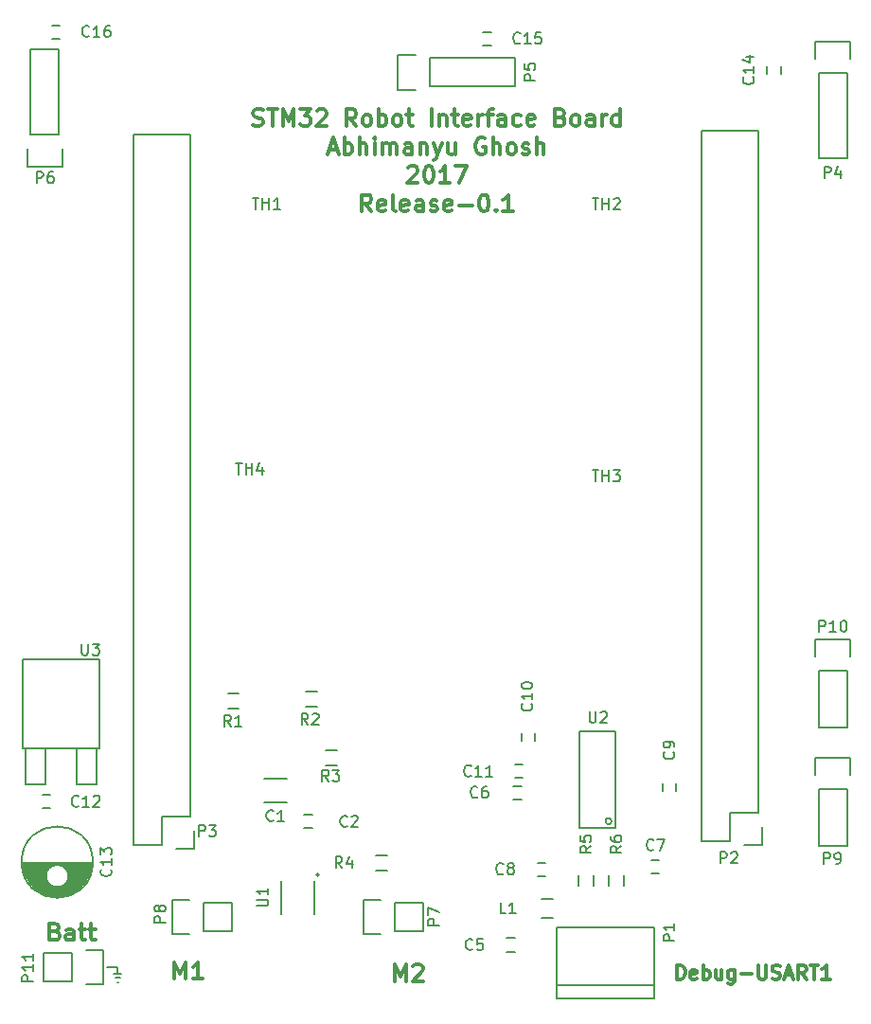
<source format=gto>
G04 #@! TF.FileFunction,Legend,Top*
%FSLAX46Y46*%
G04 Gerber Fmt 4.6, Leading zero omitted, Abs format (unit mm)*
G04 Created by KiCad (PCBNEW 4.0.5) date Thu Apr  6 07:48:10 2017*
%MOMM*%
%LPD*%
G01*
G04 APERTURE LIST*
%ADD10C,0.100000*%
%ADD11C,0.300000*%
%ADD12C,0.200000*%
%ADD13C,0.150000*%
G04 APERTURE END LIST*
D10*
D11*
X146384524Y-123565476D02*
X146384524Y-122315476D01*
X146682143Y-122315476D01*
X146860715Y-122375000D01*
X146979762Y-122494048D01*
X147039286Y-122613095D01*
X147098810Y-122851190D01*
X147098810Y-123029762D01*
X147039286Y-123267857D01*
X146979762Y-123386905D01*
X146860715Y-123505952D01*
X146682143Y-123565476D01*
X146384524Y-123565476D01*
X148110715Y-123505952D02*
X147991667Y-123565476D01*
X147753572Y-123565476D01*
X147634524Y-123505952D01*
X147575000Y-123386905D01*
X147575000Y-122910714D01*
X147634524Y-122791667D01*
X147753572Y-122732143D01*
X147991667Y-122732143D01*
X148110715Y-122791667D01*
X148170238Y-122910714D01*
X148170238Y-123029762D01*
X147575000Y-123148810D01*
X148705953Y-123565476D02*
X148705953Y-122315476D01*
X148705953Y-122791667D02*
X148825001Y-122732143D01*
X149063096Y-122732143D01*
X149182144Y-122791667D01*
X149241667Y-122851190D01*
X149301191Y-122970238D01*
X149301191Y-123327381D01*
X149241667Y-123446429D01*
X149182144Y-123505952D01*
X149063096Y-123565476D01*
X148825001Y-123565476D01*
X148705953Y-123505952D01*
X150372619Y-122732143D02*
X150372619Y-123565476D01*
X149836905Y-122732143D02*
X149836905Y-123386905D01*
X149896429Y-123505952D01*
X150015476Y-123565476D01*
X150194048Y-123565476D01*
X150313096Y-123505952D01*
X150372619Y-123446429D01*
X151503571Y-122732143D02*
X151503571Y-123744048D01*
X151444048Y-123863095D01*
X151384524Y-123922619D01*
X151265476Y-123982143D01*
X151086905Y-123982143D01*
X150967857Y-123922619D01*
X151503571Y-123505952D02*
X151384524Y-123565476D01*
X151146428Y-123565476D01*
X151027381Y-123505952D01*
X150967857Y-123446429D01*
X150908333Y-123327381D01*
X150908333Y-122970238D01*
X150967857Y-122851190D01*
X151027381Y-122791667D01*
X151146428Y-122732143D01*
X151384524Y-122732143D01*
X151503571Y-122791667D01*
X152098809Y-123089286D02*
X153051190Y-123089286D01*
X153646428Y-122315476D02*
X153646428Y-123327381D01*
X153705952Y-123446429D01*
X153765476Y-123505952D01*
X153884523Y-123565476D01*
X154122619Y-123565476D01*
X154241666Y-123505952D01*
X154301190Y-123446429D01*
X154360714Y-123327381D01*
X154360714Y-122315476D01*
X154896428Y-123505952D02*
X155075000Y-123565476D01*
X155372619Y-123565476D01*
X155491666Y-123505952D01*
X155551190Y-123446429D01*
X155610714Y-123327381D01*
X155610714Y-123208333D01*
X155551190Y-123089286D01*
X155491666Y-123029762D01*
X155372619Y-122970238D01*
X155134523Y-122910714D01*
X155015476Y-122851190D01*
X154955952Y-122791667D01*
X154896428Y-122672619D01*
X154896428Y-122553571D01*
X154955952Y-122434524D01*
X155015476Y-122375000D01*
X155134523Y-122315476D01*
X155432143Y-122315476D01*
X155610714Y-122375000D01*
X156086904Y-123208333D02*
X156682142Y-123208333D01*
X155967857Y-123565476D02*
X156384523Y-122315476D01*
X156801190Y-123565476D01*
X157932143Y-123565476D02*
X157515476Y-122970238D01*
X157217857Y-123565476D02*
X157217857Y-122315476D01*
X157694048Y-122315476D01*
X157813095Y-122375000D01*
X157872619Y-122434524D01*
X157932143Y-122553571D01*
X157932143Y-122732143D01*
X157872619Y-122851190D01*
X157813095Y-122910714D01*
X157694048Y-122970238D01*
X157217857Y-122970238D01*
X158289286Y-122315476D02*
X159003571Y-122315476D01*
X158646428Y-123565476D02*
X158646428Y-122315476D01*
X160075000Y-123565476D02*
X159360714Y-123565476D01*
X159717857Y-123565476D02*
X159717857Y-122315476D01*
X159598809Y-122494048D01*
X159479762Y-122613095D01*
X159360714Y-122672619D01*
X121135715Y-123728571D02*
X121135715Y-122228571D01*
X121635715Y-123300000D01*
X122135715Y-122228571D01*
X122135715Y-123728571D01*
X122778572Y-122371429D02*
X122850001Y-122300000D01*
X122992858Y-122228571D01*
X123350001Y-122228571D01*
X123492858Y-122300000D01*
X123564287Y-122371429D01*
X123635715Y-122514286D01*
X123635715Y-122657143D01*
X123564287Y-122871429D01*
X122707144Y-123728571D01*
X123635715Y-123728571D01*
X101435715Y-123528571D02*
X101435715Y-122028571D01*
X101935715Y-123100000D01*
X102435715Y-122028571D01*
X102435715Y-123528571D01*
X103935715Y-123528571D02*
X103078572Y-123528571D01*
X103507144Y-123528571D02*
X103507144Y-122028571D01*
X103364287Y-122242857D01*
X103221429Y-122385714D01*
X103078572Y-122457143D01*
D12*
X96300000Y-123850000D02*
X96450000Y-123850000D01*
X96200000Y-123450000D02*
X96550000Y-123450000D01*
X96000000Y-123100000D02*
X96700000Y-123100000D01*
X96350000Y-122500000D02*
X96350000Y-123050000D01*
X95400000Y-122500000D02*
X96350000Y-122500000D01*
D11*
X90771429Y-119292857D02*
X90985715Y-119364286D01*
X91057143Y-119435714D01*
X91128572Y-119578571D01*
X91128572Y-119792857D01*
X91057143Y-119935714D01*
X90985715Y-120007143D01*
X90842857Y-120078571D01*
X90271429Y-120078571D01*
X90271429Y-118578571D01*
X90771429Y-118578571D01*
X90914286Y-118650000D01*
X90985715Y-118721429D01*
X91057143Y-118864286D01*
X91057143Y-119007143D01*
X90985715Y-119150000D01*
X90914286Y-119221429D01*
X90771429Y-119292857D01*
X90271429Y-119292857D01*
X92414286Y-120078571D02*
X92414286Y-119292857D01*
X92342857Y-119150000D01*
X92200000Y-119078571D01*
X91914286Y-119078571D01*
X91771429Y-119150000D01*
X92414286Y-120007143D02*
X92271429Y-120078571D01*
X91914286Y-120078571D01*
X91771429Y-120007143D01*
X91700000Y-119864286D01*
X91700000Y-119721429D01*
X91771429Y-119578571D01*
X91914286Y-119507143D01*
X92271429Y-119507143D01*
X92414286Y-119435714D01*
X92914286Y-119078571D02*
X93485715Y-119078571D01*
X93128572Y-118578571D02*
X93128572Y-119864286D01*
X93200000Y-120007143D01*
X93342858Y-120078571D01*
X93485715Y-120078571D01*
X93771429Y-119078571D02*
X94342858Y-119078571D01*
X93985715Y-118578571D02*
X93985715Y-119864286D01*
X94057143Y-120007143D01*
X94200001Y-120078571D01*
X94342858Y-120078571D01*
X108471429Y-47232143D02*
X108685715Y-47303571D01*
X109042858Y-47303571D01*
X109185715Y-47232143D01*
X109257144Y-47160714D01*
X109328572Y-47017857D01*
X109328572Y-46875000D01*
X109257144Y-46732143D01*
X109185715Y-46660714D01*
X109042858Y-46589286D01*
X108757144Y-46517857D01*
X108614286Y-46446429D01*
X108542858Y-46375000D01*
X108471429Y-46232143D01*
X108471429Y-46089286D01*
X108542858Y-45946429D01*
X108614286Y-45875000D01*
X108757144Y-45803571D01*
X109114286Y-45803571D01*
X109328572Y-45875000D01*
X109757143Y-45803571D02*
X110614286Y-45803571D01*
X110185715Y-47303571D02*
X110185715Y-45803571D01*
X111114286Y-47303571D02*
X111114286Y-45803571D01*
X111614286Y-46875000D01*
X112114286Y-45803571D01*
X112114286Y-47303571D01*
X112685715Y-45803571D02*
X113614286Y-45803571D01*
X113114286Y-46375000D01*
X113328572Y-46375000D01*
X113471429Y-46446429D01*
X113542858Y-46517857D01*
X113614286Y-46660714D01*
X113614286Y-47017857D01*
X113542858Y-47160714D01*
X113471429Y-47232143D01*
X113328572Y-47303571D01*
X112900000Y-47303571D01*
X112757143Y-47232143D01*
X112685715Y-47160714D01*
X114185714Y-45946429D02*
X114257143Y-45875000D01*
X114400000Y-45803571D01*
X114757143Y-45803571D01*
X114900000Y-45875000D01*
X114971429Y-45946429D01*
X115042857Y-46089286D01*
X115042857Y-46232143D01*
X114971429Y-46446429D01*
X114114286Y-47303571D01*
X115042857Y-47303571D01*
X117685714Y-47303571D02*
X117185714Y-46589286D01*
X116828571Y-47303571D02*
X116828571Y-45803571D01*
X117399999Y-45803571D01*
X117542857Y-45875000D01*
X117614285Y-45946429D01*
X117685714Y-46089286D01*
X117685714Y-46303571D01*
X117614285Y-46446429D01*
X117542857Y-46517857D01*
X117399999Y-46589286D01*
X116828571Y-46589286D01*
X118542857Y-47303571D02*
X118399999Y-47232143D01*
X118328571Y-47160714D01*
X118257142Y-47017857D01*
X118257142Y-46589286D01*
X118328571Y-46446429D01*
X118399999Y-46375000D01*
X118542857Y-46303571D01*
X118757142Y-46303571D01*
X118899999Y-46375000D01*
X118971428Y-46446429D01*
X119042857Y-46589286D01*
X119042857Y-47017857D01*
X118971428Y-47160714D01*
X118899999Y-47232143D01*
X118757142Y-47303571D01*
X118542857Y-47303571D01*
X119685714Y-47303571D02*
X119685714Y-45803571D01*
X119685714Y-46375000D02*
X119828571Y-46303571D01*
X120114285Y-46303571D01*
X120257142Y-46375000D01*
X120328571Y-46446429D01*
X120400000Y-46589286D01*
X120400000Y-47017857D01*
X120328571Y-47160714D01*
X120257142Y-47232143D01*
X120114285Y-47303571D01*
X119828571Y-47303571D01*
X119685714Y-47232143D01*
X121257143Y-47303571D02*
X121114285Y-47232143D01*
X121042857Y-47160714D01*
X120971428Y-47017857D01*
X120971428Y-46589286D01*
X121042857Y-46446429D01*
X121114285Y-46375000D01*
X121257143Y-46303571D01*
X121471428Y-46303571D01*
X121614285Y-46375000D01*
X121685714Y-46446429D01*
X121757143Y-46589286D01*
X121757143Y-47017857D01*
X121685714Y-47160714D01*
X121614285Y-47232143D01*
X121471428Y-47303571D01*
X121257143Y-47303571D01*
X122185714Y-46303571D02*
X122757143Y-46303571D01*
X122400000Y-45803571D02*
X122400000Y-47089286D01*
X122471428Y-47232143D01*
X122614286Y-47303571D01*
X122757143Y-47303571D01*
X124400000Y-47303571D02*
X124400000Y-45803571D01*
X125114286Y-46303571D02*
X125114286Y-47303571D01*
X125114286Y-46446429D02*
X125185714Y-46375000D01*
X125328572Y-46303571D01*
X125542857Y-46303571D01*
X125685714Y-46375000D01*
X125757143Y-46517857D01*
X125757143Y-47303571D01*
X126257143Y-46303571D02*
X126828572Y-46303571D01*
X126471429Y-45803571D02*
X126471429Y-47089286D01*
X126542857Y-47232143D01*
X126685715Y-47303571D01*
X126828572Y-47303571D01*
X127900000Y-47232143D02*
X127757143Y-47303571D01*
X127471429Y-47303571D01*
X127328572Y-47232143D01*
X127257143Y-47089286D01*
X127257143Y-46517857D01*
X127328572Y-46375000D01*
X127471429Y-46303571D01*
X127757143Y-46303571D01*
X127900000Y-46375000D01*
X127971429Y-46517857D01*
X127971429Y-46660714D01*
X127257143Y-46803571D01*
X128614286Y-47303571D02*
X128614286Y-46303571D01*
X128614286Y-46589286D02*
X128685714Y-46446429D01*
X128757143Y-46375000D01*
X128900000Y-46303571D01*
X129042857Y-46303571D01*
X129328571Y-46303571D02*
X129900000Y-46303571D01*
X129542857Y-47303571D02*
X129542857Y-46017857D01*
X129614285Y-45875000D01*
X129757143Y-45803571D01*
X129900000Y-45803571D01*
X131042857Y-47303571D02*
X131042857Y-46517857D01*
X130971428Y-46375000D01*
X130828571Y-46303571D01*
X130542857Y-46303571D01*
X130400000Y-46375000D01*
X131042857Y-47232143D02*
X130900000Y-47303571D01*
X130542857Y-47303571D01*
X130400000Y-47232143D01*
X130328571Y-47089286D01*
X130328571Y-46946429D01*
X130400000Y-46803571D01*
X130542857Y-46732143D01*
X130900000Y-46732143D01*
X131042857Y-46660714D01*
X132400000Y-47232143D02*
X132257143Y-47303571D01*
X131971429Y-47303571D01*
X131828571Y-47232143D01*
X131757143Y-47160714D01*
X131685714Y-47017857D01*
X131685714Y-46589286D01*
X131757143Y-46446429D01*
X131828571Y-46375000D01*
X131971429Y-46303571D01*
X132257143Y-46303571D01*
X132400000Y-46375000D01*
X133614285Y-47232143D02*
X133471428Y-47303571D01*
X133185714Y-47303571D01*
X133042857Y-47232143D01*
X132971428Y-47089286D01*
X132971428Y-46517857D01*
X133042857Y-46375000D01*
X133185714Y-46303571D01*
X133471428Y-46303571D01*
X133614285Y-46375000D01*
X133685714Y-46517857D01*
X133685714Y-46660714D01*
X132971428Y-46803571D01*
X135971428Y-46517857D02*
X136185714Y-46589286D01*
X136257142Y-46660714D01*
X136328571Y-46803571D01*
X136328571Y-47017857D01*
X136257142Y-47160714D01*
X136185714Y-47232143D01*
X136042856Y-47303571D01*
X135471428Y-47303571D01*
X135471428Y-45803571D01*
X135971428Y-45803571D01*
X136114285Y-45875000D01*
X136185714Y-45946429D01*
X136257142Y-46089286D01*
X136257142Y-46232143D01*
X136185714Y-46375000D01*
X136114285Y-46446429D01*
X135971428Y-46517857D01*
X135471428Y-46517857D01*
X137185714Y-47303571D02*
X137042856Y-47232143D01*
X136971428Y-47160714D01*
X136899999Y-47017857D01*
X136899999Y-46589286D01*
X136971428Y-46446429D01*
X137042856Y-46375000D01*
X137185714Y-46303571D01*
X137399999Y-46303571D01*
X137542856Y-46375000D01*
X137614285Y-46446429D01*
X137685714Y-46589286D01*
X137685714Y-47017857D01*
X137614285Y-47160714D01*
X137542856Y-47232143D01*
X137399999Y-47303571D01*
X137185714Y-47303571D01*
X138971428Y-47303571D02*
X138971428Y-46517857D01*
X138899999Y-46375000D01*
X138757142Y-46303571D01*
X138471428Y-46303571D01*
X138328571Y-46375000D01*
X138971428Y-47232143D02*
X138828571Y-47303571D01*
X138471428Y-47303571D01*
X138328571Y-47232143D01*
X138257142Y-47089286D01*
X138257142Y-46946429D01*
X138328571Y-46803571D01*
X138471428Y-46732143D01*
X138828571Y-46732143D01*
X138971428Y-46660714D01*
X139685714Y-47303571D02*
X139685714Y-46303571D01*
X139685714Y-46589286D02*
X139757142Y-46446429D01*
X139828571Y-46375000D01*
X139971428Y-46303571D01*
X140114285Y-46303571D01*
X141257142Y-47303571D02*
X141257142Y-45803571D01*
X141257142Y-47232143D02*
X141114285Y-47303571D01*
X140828571Y-47303571D01*
X140685713Y-47232143D01*
X140614285Y-47160714D01*
X140542856Y-47017857D01*
X140542856Y-46589286D01*
X140614285Y-46446429D01*
X140685713Y-46375000D01*
X140828571Y-46303571D01*
X141114285Y-46303571D01*
X141257142Y-46375000D01*
X115257142Y-49425000D02*
X115971428Y-49425000D01*
X115114285Y-49853571D02*
X115614285Y-48353571D01*
X116114285Y-49853571D01*
X116614285Y-49853571D02*
X116614285Y-48353571D01*
X116614285Y-48925000D02*
X116757142Y-48853571D01*
X117042856Y-48853571D01*
X117185713Y-48925000D01*
X117257142Y-48996429D01*
X117328571Y-49139286D01*
X117328571Y-49567857D01*
X117257142Y-49710714D01*
X117185713Y-49782143D01*
X117042856Y-49853571D01*
X116757142Y-49853571D01*
X116614285Y-49782143D01*
X117971428Y-49853571D02*
X117971428Y-48353571D01*
X118614285Y-49853571D02*
X118614285Y-49067857D01*
X118542856Y-48925000D01*
X118399999Y-48853571D01*
X118185714Y-48853571D01*
X118042856Y-48925000D01*
X117971428Y-48996429D01*
X119328571Y-49853571D02*
X119328571Y-48853571D01*
X119328571Y-48353571D02*
X119257142Y-48425000D01*
X119328571Y-48496429D01*
X119399999Y-48425000D01*
X119328571Y-48353571D01*
X119328571Y-48496429D01*
X120042857Y-49853571D02*
X120042857Y-48853571D01*
X120042857Y-48996429D02*
X120114285Y-48925000D01*
X120257143Y-48853571D01*
X120471428Y-48853571D01*
X120614285Y-48925000D01*
X120685714Y-49067857D01*
X120685714Y-49853571D01*
X120685714Y-49067857D02*
X120757143Y-48925000D01*
X120900000Y-48853571D01*
X121114285Y-48853571D01*
X121257143Y-48925000D01*
X121328571Y-49067857D01*
X121328571Y-49853571D01*
X122685714Y-49853571D02*
X122685714Y-49067857D01*
X122614285Y-48925000D01*
X122471428Y-48853571D01*
X122185714Y-48853571D01*
X122042857Y-48925000D01*
X122685714Y-49782143D02*
X122542857Y-49853571D01*
X122185714Y-49853571D01*
X122042857Y-49782143D01*
X121971428Y-49639286D01*
X121971428Y-49496429D01*
X122042857Y-49353571D01*
X122185714Y-49282143D01*
X122542857Y-49282143D01*
X122685714Y-49210714D01*
X123400000Y-48853571D02*
X123400000Y-49853571D01*
X123400000Y-48996429D02*
X123471428Y-48925000D01*
X123614286Y-48853571D01*
X123828571Y-48853571D01*
X123971428Y-48925000D01*
X124042857Y-49067857D01*
X124042857Y-49853571D01*
X124614286Y-48853571D02*
X124971429Y-49853571D01*
X125328571Y-48853571D02*
X124971429Y-49853571D01*
X124828571Y-50210714D01*
X124757143Y-50282143D01*
X124614286Y-50353571D01*
X126542857Y-48853571D02*
X126542857Y-49853571D01*
X125900000Y-48853571D02*
X125900000Y-49639286D01*
X125971428Y-49782143D01*
X126114286Y-49853571D01*
X126328571Y-49853571D01*
X126471428Y-49782143D01*
X126542857Y-49710714D01*
X129185714Y-48425000D02*
X129042857Y-48353571D01*
X128828571Y-48353571D01*
X128614286Y-48425000D01*
X128471428Y-48567857D01*
X128400000Y-48710714D01*
X128328571Y-48996429D01*
X128328571Y-49210714D01*
X128400000Y-49496429D01*
X128471428Y-49639286D01*
X128614286Y-49782143D01*
X128828571Y-49853571D01*
X128971428Y-49853571D01*
X129185714Y-49782143D01*
X129257143Y-49710714D01*
X129257143Y-49210714D01*
X128971428Y-49210714D01*
X129900000Y-49853571D02*
X129900000Y-48353571D01*
X130542857Y-49853571D02*
X130542857Y-49067857D01*
X130471428Y-48925000D01*
X130328571Y-48853571D01*
X130114286Y-48853571D01*
X129971428Y-48925000D01*
X129900000Y-48996429D01*
X131471429Y-49853571D02*
X131328571Y-49782143D01*
X131257143Y-49710714D01*
X131185714Y-49567857D01*
X131185714Y-49139286D01*
X131257143Y-48996429D01*
X131328571Y-48925000D01*
X131471429Y-48853571D01*
X131685714Y-48853571D01*
X131828571Y-48925000D01*
X131900000Y-48996429D01*
X131971429Y-49139286D01*
X131971429Y-49567857D01*
X131900000Y-49710714D01*
X131828571Y-49782143D01*
X131685714Y-49853571D01*
X131471429Y-49853571D01*
X132542857Y-49782143D02*
X132685714Y-49853571D01*
X132971429Y-49853571D01*
X133114286Y-49782143D01*
X133185714Y-49639286D01*
X133185714Y-49567857D01*
X133114286Y-49425000D01*
X132971429Y-49353571D01*
X132757143Y-49353571D01*
X132614286Y-49282143D01*
X132542857Y-49139286D01*
X132542857Y-49067857D01*
X132614286Y-48925000D01*
X132757143Y-48853571D01*
X132971429Y-48853571D01*
X133114286Y-48925000D01*
X133828572Y-49853571D02*
X133828572Y-48353571D01*
X134471429Y-49853571D02*
X134471429Y-49067857D01*
X134400000Y-48925000D01*
X134257143Y-48853571D01*
X134042858Y-48853571D01*
X133900000Y-48925000D01*
X133828572Y-48996429D01*
X122328572Y-51046429D02*
X122400001Y-50975000D01*
X122542858Y-50903571D01*
X122900001Y-50903571D01*
X123042858Y-50975000D01*
X123114287Y-51046429D01*
X123185715Y-51189286D01*
X123185715Y-51332143D01*
X123114287Y-51546429D01*
X122257144Y-52403571D01*
X123185715Y-52403571D01*
X124114286Y-50903571D02*
X124257143Y-50903571D01*
X124400000Y-50975000D01*
X124471429Y-51046429D01*
X124542858Y-51189286D01*
X124614286Y-51475000D01*
X124614286Y-51832143D01*
X124542858Y-52117857D01*
X124471429Y-52260714D01*
X124400000Y-52332143D01*
X124257143Y-52403571D01*
X124114286Y-52403571D01*
X123971429Y-52332143D01*
X123900000Y-52260714D01*
X123828572Y-52117857D01*
X123757143Y-51832143D01*
X123757143Y-51475000D01*
X123828572Y-51189286D01*
X123900000Y-51046429D01*
X123971429Y-50975000D01*
X124114286Y-50903571D01*
X126042857Y-52403571D02*
X125185714Y-52403571D01*
X125614286Y-52403571D02*
X125614286Y-50903571D01*
X125471429Y-51117857D01*
X125328571Y-51260714D01*
X125185714Y-51332143D01*
X126542857Y-50903571D02*
X127542857Y-50903571D01*
X126900000Y-52403571D01*
X119042858Y-54953571D02*
X118542858Y-54239286D01*
X118185715Y-54953571D02*
X118185715Y-53453571D01*
X118757143Y-53453571D01*
X118900001Y-53525000D01*
X118971429Y-53596429D01*
X119042858Y-53739286D01*
X119042858Y-53953571D01*
X118971429Y-54096429D01*
X118900001Y-54167857D01*
X118757143Y-54239286D01*
X118185715Y-54239286D01*
X120257143Y-54882143D02*
X120114286Y-54953571D01*
X119828572Y-54953571D01*
X119685715Y-54882143D01*
X119614286Y-54739286D01*
X119614286Y-54167857D01*
X119685715Y-54025000D01*
X119828572Y-53953571D01*
X120114286Y-53953571D01*
X120257143Y-54025000D01*
X120328572Y-54167857D01*
X120328572Y-54310714D01*
X119614286Y-54453571D01*
X121185715Y-54953571D02*
X121042857Y-54882143D01*
X120971429Y-54739286D01*
X120971429Y-53453571D01*
X122328571Y-54882143D02*
X122185714Y-54953571D01*
X121900000Y-54953571D01*
X121757143Y-54882143D01*
X121685714Y-54739286D01*
X121685714Y-54167857D01*
X121757143Y-54025000D01*
X121900000Y-53953571D01*
X122185714Y-53953571D01*
X122328571Y-54025000D01*
X122400000Y-54167857D01*
X122400000Y-54310714D01*
X121685714Y-54453571D01*
X123685714Y-54953571D02*
X123685714Y-54167857D01*
X123614285Y-54025000D01*
X123471428Y-53953571D01*
X123185714Y-53953571D01*
X123042857Y-54025000D01*
X123685714Y-54882143D02*
X123542857Y-54953571D01*
X123185714Y-54953571D01*
X123042857Y-54882143D01*
X122971428Y-54739286D01*
X122971428Y-54596429D01*
X123042857Y-54453571D01*
X123185714Y-54382143D01*
X123542857Y-54382143D01*
X123685714Y-54310714D01*
X124328571Y-54882143D02*
X124471428Y-54953571D01*
X124757143Y-54953571D01*
X124900000Y-54882143D01*
X124971428Y-54739286D01*
X124971428Y-54667857D01*
X124900000Y-54525000D01*
X124757143Y-54453571D01*
X124542857Y-54453571D01*
X124400000Y-54382143D01*
X124328571Y-54239286D01*
X124328571Y-54167857D01*
X124400000Y-54025000D01*
X124542857Y-53953571D01*
X124757143Y-53953571D01*
X124900000Y-54025000D01*
X126185714Y-54882143D02*
X126042857Y-54953571D01*
X125757143Y-54953571D01*
X125614286Y-54882143D01*
X125542857Y-54739286D01*
X125542857Y-54167857D01*
X125614286Y-54025000D01*
X125757143Y-53953571D01*
X126042857Y-53953571D01*
X126185714Y-54025000D01*
X126257143Y-54167857D01*
X126257143Y-54310714D01*
X125542857Y-54453571D01*
X126900000Y-54382143D02*
X128042857Y-54382143D01*
X129042857Y-53453571D02*
X129185714Y-53453571D01*
X129328571Y-53525000D01*
X129400000Y-53596429D01*
X129471429Y-53739286D01*
X129542857Y-54025000D01*
X129542857Y-54382143D01*
X129471429Y-54667857D01*
X129400000Y-54810714D01*
X129328571Y-54882143D01*
X129185714Y-54953571D01*
X129042857Y-54953571D01*
X128900000Y-54882143D01*
X128828571Y-54810714D01*
X128757143Y-54667857D01*
X128685714Y-54382143D01*
X128685714Y-54025000D01*
X128757143Y-53739286D01*
X128828571Y-53596429D01*
X128900000Y-53525000D01*
X129042857Y-53453571D01*
X130185714Y-54810714D02*
X130257142Y-54882143D01*
X130185714Y-54953571D01*
X130114285Y-54882143D01*
X130185714Y-54810714D01*
X130185714Y-54953571D01*
X131685714Y-54953571D02*
X130828571Y-54953571D01*
X131257143Y-54953571D02*
X131257143Y-53453571D01*
X131114286Y-53667857D01*
X130971428Y-53810714D01*
X130828571Y-53882143D01*
D13*
X102870000Y-109050000D02*
X102870000Y-48090000D01*
X97790000Y-48090000D02*
X97790000Y-111590000D01*
X97790000Y-48090000D02*
X102870000Y-48090000D01*
X97790000Y-111590000D02*
X100330000Y-111590000D01*
X101600000Y-111870000D02*
X103150000Y-111870000D01*
X100330000Y-111590000D02*
X100330000Y-109050000D01*
X100330000Y-109050000D02*
X102870000Y-109050000D01*
X103150000Y-111870000D02*
X103150000Y-110320000D01*
X109450000Y-107725000D02*
X111450000Y-107725000D01*
X111450000Y-105675000D02*
X109450000Y-105675000D01*
X113050000Y-108850000D02*
X113750000Y-108850000D01*
X113750000Y-110050000D02*
X113050000Y-110050000D01*
X131850000Y-121100000D02*
X131150000Y-121100000D01*
X131150000Y-119900000D02*
X131850000Y-119900000D01*
X132450000Y-107500000D02*
X131750000Y-107500000D01*
X131750000Y-106300000D02*
X132450000Y-106300000D01*
X144100000Y-112900000D02*
X144800000Y-112900000D01*
X144800000Y-114100000D02*
X144100000Y-114100000D01*
X134600000Y-114350000D02*
X133900000Y-114350000D01*
X133900000Y-113150000D02*
X134600000Y-113150000D01*
X145100000Y-106750000D02*
X145100000Y-106050000D01*
X146300000Y-106050000D02*
X146300000Y-106750000D01*
X132500000Y-102250000D02*
X132500000Y-101550000D01*
X133700000Y-101550000D02*
X133700000Y-102250000D01*
X132550000Y-105600000D02*
X131850000Y-105600000D01*
X131850000Y-104400000D02*
X132550000Y-104400000D01*
X89650000Y-107100000D02*
X90350000Y-107100000D01*
X90350000Y-108300000D02*
X89650000Y-108300000D01*
X94099000Y-113175000D02*
X87801000Y-113175000D01*
X94093000Y-113315000D02*
X87807000Y-113315000D01*
X94080000Y-113455000D02*
X91396000Y-113455000D01*
X90504000Y-113455000D02*
X87820000Y-113455000D01*
X94061000Y-113595000D02*
X91606000Y-113595000D01*
X90294000Y-113595000D02*
X87839000Y-113595000D01*
X94035000Y-113735000D02*
X91739000Y-113735000D01*
X90161000Y-113735000D02*
X87865000Y-113735000D01*
X94003000Y-113875000D02*
X91830000Y-113875000D01*
X90070000Y-113875000D02*
X87897000Y-113875000D01*
X93964000Y-114015000D02*
X91892000Y-114015000D01*
X90008000Y-114015000D02*
X87936000Y-114015000D01*
X93918000Y-114155000D02*
X91931000Y-114155000D01*
X89969000Y-114155000D02*
X87982000Y-114155000D01*
X93865000Y-114295000D02*
X91948000Y-114295000D01*
X89952000Y-114295000D02*
X88035000Y-114295000D01*
X93803000Y-114435000D02*
X91946000Y-114435000D01*
X89954000Y-114435000D02*
X88097000Y-114435000D01*
X93733000Y-114575000D02*
X91924000Y-114575000D01*
X89976000Y-114575000D02*
X88167000Y-114575000D01*
X93654000Y-114715000D02*
X91881000Y-114715000D01*
X90019000Y-114715000D02*
X88246000Y-114715000D01*
X93566000Y-114855000D02*
X91813000Y-114855000D01*
X90087000Y-114855000D02*
X88334000Y-114855000D01*
X93466000Y-114995000D02*
X91714000Y-114995000D01*
X90186000Y-114995000D02*
X88434000Y-114995000D01*
X93354000Y-115135000D02*
X91569000Y-115135000D01*
X90331000Y-115135000D02*
X88546000Y-115135000D01*
X93229000Y-115275000D02*
X91330000Y-115275000D01*
X90570000Y-115275000D02*
X88671000Y-115275000D01*
X93086000Y-115415000D02*
X88814000Y-115415000D01*
X92924000Y-115555000D02*
X88976000Y-115555000D01*
X92736000Y-115695000D02*
X89164000Y-115695000D01*
X92513000Y-115835000D02*
X89387000Y-115835000D01*
X92237000Y-115975000D02*
X89663000Y-115975000D01*
X91862000Y-116115000D02*
X90038000Y-116115000D01*
X91950000Y-114350000D02*
G75*
G03X91950000Y-114350000I-1000000J0D01*
G01*
X94137500Y-113100000D02*
G75*
G03X94137500Y-113100000I-3187500J0D01*
G01*
X154450000Y-42650000D02*
X154450000Y-41950000D01*
X155650000Y-41950000D02*
X155650000Y-42650000D01*
X129750000Y-40100000D02*
X129050000Y-40100000D01*
X129050000Y-38900000D02*
X129750000Y-38900000D01*
X90450000Y-38300000D02*
X91150000Y-38300000D01*
X91150000Y-39500000D02*
X90450000Y-39500000D01*
X135250000Y-116400000D02*
X134250000Y-116400000D01*
X134250000Y-118100000D02*
X135250000Y-118100000D01*
X135649100Y-125317460D02*
X144349100Y-125317460D01*
X135649100Y-118912460D02*
X144349100Y-118912460D01*
X144349100Y-118912460D02*
X144349100Y-125317460D01*
X144349100Y-124087460D02*
X135649100Y-124087460D01*
X135649100Y-125317460D02*
X135649100Y-118912460D01*
X153670000Y-108730000D02*
X153670000Y-47770000D01*
X148590000Y-47770000D02*
X148590000Y-111270000D01*
X148590000Y-47770000D02*
X153670000Y-47770000D01*
X148590000Y-111270000D02*
X151130000Y-111270000D01*
X152400000Y-111550000D02*
X153950000Y-111550000D01*
X151130000Y-111270000D02*
X151130000Y-108730000D01*
X151130000Y-108730000D02*
X153670000Y-108730000D01*
X153950000Y-111550000D02*
X153950000Y-110000000D01*
X159030000Y-42590000D02*
X159030000Y-50210000D01*
X161570000Y-42590000D02*
X161570000Y-50210000D01*
X161850000Y-39770000D02*
X161850000Y-41320000D01*
X159030000Y-50210000D02*
X161570000Y-50210000D01*
X161570000Y-42590000D02*
X159030000Y-42590000D01*
X158750000Y-41320000D02*
X158750000Y-39770000D01*
X158750000Y-39770000D02*
X161850000Y-39770000D01*
X124230000Y-43770000D02*
X131850000Y-43770000D01*
X124230000Y-41230000D02*
X131850000Y-41230000D01*
X121410000Y-40950000D02*
X122960000Y-40950000D01*
X131850000Y-43770000D02*
X131850000Y-41230000D01*
X124230000Y-41230000D02*
X124230000Y-43770000D01*
X122960000Y-44050000D02*
X121410000Y-44050000D01*
X121410000Y-44050000D02*
X121410000Y-40950000D01*
X91120000Y-48110000D02*
X91120000Y-40490000D01*
X88580000Y-48110000D02*
X88580000Y-40490000D01*
X88300000Y-50930000D02*
X88300000Y-49380000D01*
X91120000Y-40490000D02*
X88580000Y-40490000D01*
X88580000Y-48110000D02*
X91120000Y-48110000D01*
X91400000Y-49380000D02*
X91400000Y-50930000D01*
X91400000Y-50930000D02*
X88300000Y-50930000D01*
X121170000Y-116730000D02*
X123710000Y-116730000D01*
X118350000Y-116450000D02*
X119900000Y-116450000D01*
X121170000Y-116730000D02*
X121170000Y-119270000D01*
X119900000Y-119550000D02*
X118350000Y-119550000D01*
X118350000Y-119550000D02*
X118350000Y-116450000D01*
X121170000Y-119270000D02*
X123710000Y-119270000D01*
X123710000Y-119270000D02*
X123710000Y-116730000D01*
X104070000Y-116730000D02*
X106610000Y-116730000D01*
X101250000Y-116450000D02*
X102800000Y-116450000D01*
X104070000Y-116730000D02*
X104070000Y-119270000D01*
X102800000Y-119550000D02*
X101250000Y-119550000D01*
X101250000Y-119550000D02*
X101250000Y-116450000D01*
X104070000Y-119270000D02*
X106610000Y-119270000D01*
X106610000Y-119270000D02*
X106610000Y-116730000D01*
X159030000Y-106580000D02*
X159030000Y-111660000D01*
X159030000Y-111660000D02*
X161570000Y-111660000D01*
X161570000Y-111660000D02*
X161570000Y-106580000D01*
X161850000Y-103760000D02*
X161850000Y-105310000D01*
X161570000Y-106580000D02*
X159030000Y-106580000D01*
X158750000Y-105310000D02*
X158750000Y-103760000D01*
X158750000Y-103760000D02*
X161850000Y-103760000D01*
X159030000Y-96030000D02*
X159030000Y-101110000D01*
X159030000Y-101110000D02*
X161570000Y-101110000D01*
X161570000Y-101110000D02*
X161570000Y-96030000D01*
X161850000Y-93210000D02*
X161850000Y-94760000D01*
X161570000Y-96030000D02*
X159030000Y-96030000D01*
X158750000Y-94760000D02*
X158750000Y-93210000D01*
X158750000Y-93210000D02*
X161850000Y-93210000D01*
X106195000Y-97994000D02*
X107195000Y-97994000D01*
X107195000Y-99344000D02*
X106195000Y-99344000D01*
X114195000Y-99244000D02*
X113195000Y-99244000D01*
X113195000Y-97894000D02*
X114195000Y-97894000D01*
X114945000Y-103144000D02*
X115945000Y-103144000D01*
X115945000Y-104494000D02*
X114945000Y-104494000D01*
X120445000Y-113844000D02*
X119445000Y-113844000D01*
X119445000Y-112494000D02*
X120445000Y-112494000D01*
X137575000Y-115250000D02*
X137575000Y-114250000D01*
X138925000Y-114250000D02*
X138925000Y-115250000D01*
X140275000Y-115250000D02*
X140275000Y-114250000D01*
X141625000Y-114250000D02*
X141625000Y-115250000D01*
X114391421Y-114250000D02*
G75*
G03X114391421Y-114250000I-141421J0D01*
G01*
X110950000Y-114750000D02*
X110950000Y-117750000D01*
X113950000Y-114750000D02*
X113950000Y-117750000D01*
X140532843Y-109450000D02*
G75*
G03X140532843Y-109450000I-282843J0D01*
G01*
X140850000Y-110080000D02*
X137650000Y-110080000D01*
X140850000Y-101420000D02*
X140850000Y-110080000D01*
X137650000Y-101420000D02*
X140850000Y-101420000D01*
X137650000Y-110080000D02*
X137650000Y-101420000D01*
X92697000Y-102976000D02*
X92697000Y-106151000D01*
X92697000Y-106151000D02*
X94475000Y-106151000D01*
X94475000Y-106151000D02*
X94475000Y-102976000D01*
X88125000Y-102976000D02*
X88125000Y-106151000D01*
X88125000Y-106151000D02*
X89903000Y-106151000D01*
X89903000Y-106151000D02*
X89903000Y-102976000D01*
X94729000Y-96880000D02*
X94729000Y-102976000D01*
X94729000Y-102976000D02*
X87871000Y-102976000D01*
X87871000Y-102976000D02*
X87871000Y-95102000D01*
X87871000Y-94975000D02*
X94729000Y-94975000D01*
X94729000Y-95102000D02*
X94729000Y-96880000D01*
X92230000Y-123770000D02*
X89690000Y-123770000D01*
X95050000Y-124050000D02*
X93500000Y-124050000D01*
X92230000Y-123770000D02*
X92230000Y-121230000D01*
X93500000Y-120950000D02*
X95050000Y-120950000D01*
X95050000Y-120950000D02*
X95050000Y-124050000D01*
X92230000Y-121230000D02*
X89690000Y-121230000D01*
X89690000Y-121230000D02*
X89690000Y-123770000D01*
X103611905Y-110802381D02*
X103611905Y-109802381D01*
X103992858Y-109802381D01*
X104088096Y-109850000D01*
X104135715Y-109897619D01*
X104183334Y-109992857D01*
X104183334Y-110135714D01*
X104135715Y-110230952D01*
X104088096Y-110278571D01*
X103992858Y-110326190D01*
X103611905Y-110326190D01*
X104516667Y-109802381D02*
X105135715Y-109802381D01*
X104802381Y-110183333D01*
X104945239Y-110183333D01*
X105040477Y-110230952D01*
X105088096Y-110278571D01*
X105135715Y-110373810D01*
X105135715Y-110611905D01*
X105088096Y-110707143D01*
X105040477Y-110754762D01*
X104945239Y-110802381D01*
X104659524Y-110802381D01*
X104564286Y-110754762D01*
X104516667Y-110707143D01*
X110283334Y-109357143D02*
X110235715Y-109404762D01*
X110092858Y-109452381D01*
X109997620Y-109452381D01*
X109854762Y-109404762D01*
X109759524Y-109309524D01*
X109711905Y-109214286D01*
X109664286Y-109023810D01*
X109664286Y-108880952D01*
X109711905Y-108690476D01*
X109759524Y-108595238D01*
X109854762Y-108500000D01*
X109997620Y-108452381D01*
X110092858Y-108452381D01*
X110235715Y-108500000D01*
X110283334Y-108547619D01*
X111235715Y-109452381D02*
X110664286Y-109452381D01*
X110950000Y-109452381D02*
X110950000Y-108452381D01*
X110854762Y-108595238D01*
X110759524Y-108690476D01*
X110664286Y-108738095D01*
X116883334Y-109857143D02*
X116835715Y-109904762D01*
X116692858Y-109952381D01*
X116597620Y-109952381D01*
X116454762Y-109904762D01*
X116359524Y-109809524D01*
X116311905Y-109714286D01*
X116264286Y-109523810D01*
X116264286Y-109380952D01*
X116311905Y-109190476D01*
X116359524Y-109095238D01*
X116454762Y-109000000D01*
X116597620Y-108952381D01*
X116692858Y-108952381D01*
X116835715Y-109000000D01*
X116883334Y-109047619D01*
X117264286Y-109047619D02*
X117311905Y-109000000D01*
X117407143Y-108952381D01*
X117645239Y-108952381D01*
X117740477Y-109000000D01*
X117788096Y-109047619D01*
X117835715Y-109142857D01*
X117835715Y-109238095D01*
X117788096Y-109380952D01*
X117216667Y-109952381D01*
X117835715Y-109952381D01*
X128083334Y-120857143D02*
X128035715Y-120904762D01*
X127892858Y-120952381D01*
X127797620Y-120952381D01*
X127654762Y-120904762D01*
X127559524Y-120809524D01*
X127511905Y-120714286D01*
X127464286Y-120523810D01*
X127464286Y-120380952D01*
X127511905Y-120190476D01*
X127559524Y-120095238D01*
X127654762Y-120000000D01*
X127797620Y-119952381D01*
X127892858Y-119952381D01*
X128035715Y-120000000D01*
X128083334Y-120047619D01*
X128988096Y-119952381D02*
X128511905Y-119952381D01*
X128464286Y-120428571D01*
X128511905Y-120380952D01*
X128607143Y-120333333D01*
X128845239Y-120333333D01*
X128940477Y-120380952D01*
X128988096Y-120428571D01*
X129035715Y-120523810D01*
X129035715Y-120761905D01*
X128988096Y-120857143D01*
X128940477Y-120904762D01*
X128845239Y-120952381D01*
X128607143Y-120952381D01*
X128511905Y-120904762D01*
X128464286Y-120857143D01*
X128533334Y-107257143D02*
X128485715Y-107304762D01*
X128342858Y-107352381D01*
X128247620Y-107352381D01*
X128104762Y-107304762D01*
X128009524Y-107209524D01*
X127961905Y-107114286D01*
X127914286Y-106923810D01*
X127914286Y-106780952D01*
X127961905Y-106590476D01*
X128009524Y-106495238D01*
X128104762Y-106400000D01*
X128247620Y-106352381D01*
X128342858Y-106352381D01*
X128485715Y-106400000D01*
X128533334Y-106447619D01*
X129390477Y-106352381D02*
X129200000Y-106352381D01*
X129104762Y-106400000D01*
X129057143Y-106447619D01*
X128961905Y-106590476D01*
X128914286Y-106780952D01*
X128914286Y-107161905D01*
X128961905Y-107257143D01*
X129009524Y-107304762D01*
X129104762Y-107352381D01*
X129295239Y-107352381D01*
X129390477Y-107304762D01*
X129438096Y-107257143D01*
X129485715Y-107161905D01*
X129485715Y-106923810D01*
X129438096Y-106828571D01*
X129390477Y-106780952D01*
X129295239Y-106733333D01*
X129104762Y-106733333D01*
X129009524Y-106780952D01*
X128961905Y-106828571D01*
X128914286Y-106923810D01*
X144283334Y-111957143D02*
X144235715Y-112004762D01*
X144092858Y-112052381D01*
X143997620Y-112052381D01*
X143854762Y-112004762D01*
X143759524Y-111909524D01*
X143711905Y-111814286D01*
X143664286Y-111623810D01*
X143664286Y-111480952D01*
X143711905Y-111290476D01*
X143759524Y-111195238D01*
X143854762Y-111100000D01*
X143997620Y-111052381D01*
X144092858Y-111052381D01*
X144235715Y-111100000D01*
X144283334Y-111147619D01*
X144616667Y-111052381D02*
X145283334Y-111052381D01*
X144854762Y-112052381D01*
X130833334Y-114107143D02*
X130785715Y-114154762D01*
X130642858Y-114202381D01*
X130547620Y-114202381D01*
X130404762Y-114154762D01*
X130309524Y-114059524D01*
X130261905Y-113964286D01*
X130214286Y-113773810D01*
X130214286Y-113630952D01*
X130261905Y-113440476D01*
X130309524Y-113345238D01*
X130404762Y-113250000D01*
X130547620Y-113202381D01*
X130642858Y-113202381D01*
X130785715Y-113250000D01*
X130833334Y-113297619D01*
X131404762Y-113630952D02*
X131309524Y-113583333D01*
X131261905Y-113535714D01*
X131214286Y-113440476D01*
X131214286Y-113392857D01*
X131261905Y-113297619D01*
X131309524Y-113250000D01*
X131404762Y-113202381D01*
X131595239Y-113202381D01*
X131690477Y-113250000D01*
X131738096Y-113297619D01*
X131785715Y-113392857D01*
X131785715Y-113440476D01*
X131738096Y-113535714D01*
X131690477Y-113583333D01*
X131595239Y-113630952D01*
X131404762Y-113630952D01*
X131309524Y-113678571D01*
X131261905Y-113726190D01*
X131214286Y-113821429D01*
X131214286Y-114011905D01*
X131261905Y-114107143D01*
X131309524Y-114154762D01*
X131404762Y-114202381D01*
X131595239Y-114202381D01*
X131690477Y-114154762D01*
X131738096Y-114107143D01*
X131785715Y-114011905D01*
X131785715Y-113821429D01*
X131738096Y-113726190D01*
X131690477Y-113678571D01*
X131595239Y-113630952D01*
X146057143Y-103266666D02*
X146104762Y-103314285D01*
X146152381Y-103457142D01*
X146152381Y-103552380D01*
X146104762Y-103695238D01*
X146009524Y-103790476D01*
X145914286Y-103838095D01*
X145723810Y-103885714D01*
X145580952Y-103885714D01*
X145390476Y-103838095D01*
X145295238Y-103790476D01*
X145200000Y-103695238D01*
X145152381Y-103552380D01*
X145152381Y-103457142D01*
X145200000Y-103314285D01*
X145247619Y-103266666D01*
X146152381Y-102790476D02*
X146152381Y-102600000D01*
X146104762Y-102504761D01*
X146057143Y-102457142D01*
X145914286Y-102361904D01*
X145723810Y-102314285D01*
X145342857Y-102314285D01*
X145247619Y-102361904D01*
X145200000Y-102409523D01*
X145152381Y-102504761D01*
X145152381Y-102695238D01*
X145200000Y-102790476D01*
X145247619Y-102838095D01*
X145342857Y-102885714D01*
X145580952Y-102885714D01*
X145676190Y-102838095D01*
X145723810Y-102790476D01*
X145771429Y-102695238D01*
X145771429Y-102504761D01*
X145723810Y-102409523D01*
X145676190Y-102361904D01*
X145580952Y-102314285D01*
X133357143Y-98942857D02*
X133404762Y-98990476D01*
X133452381Y-99133333D01*
X133452381Y-99228571D01*
X133404762Y-99371429D01*
X133309524Y-99466667D01*
X133214286Y-99514286D01*
X133023810Y-99561905D01*
X132880952Y-99561905D01*
X132690476Y-99514286D01*
X132595238Y-99466667D01*
X132500000Y-99371429D01*
X132452381Y-99228571D01*
X132452381Y-99133333D01*
X132500000Y-98990476D01*
X132547619Y-98942857D01*
X133452381Y-97990476D02*
X133452381Y-98561905D01*
X133452381Y-98276191D02*
X132452381Y-98276191D01*
X132595238Y-98371429D01*
X132690476Y-98466667D01*
X132738095Y-98561905D01*
X132452381Y-97371429D02*
X132452381Y-97276190D01*
X132500000Y-97180952D01*
X132547619Y-97133333D01*
X132642857Y-97085714D01*
X132833333Y-97038095D01*
X133071429Y-97038095D01*
X133261905Y-97085714D01*
X133357143Y-97133333D01*
X133404762Y-97180952D01*
X133452381Y-97276190D01*
X133452381Y-97371429D01*
X133404762Y-97466667D01*
X133357143Y-97514286D01*
X133261905Y-97561905D01*
X133071429Y-97609524D01*
X132833333Y-97609524D01*
X132642857Y-97561905D01*
X132547619Y-97514286D01*
X132500000Y-97466667D01*
X132452381Y-97371429D01*
X127957143Y-105357143D02*
X127909524Y-105404762D01*
X127766667Y-105452381D01*
X127671429Y-105452381D01*
X127528571Y-105404762D01*
X127433333Y-105309524D01*
X127385714Y-105214286D01*
X127338095Y-105023810D01*
X127338095Y-104880952D01*
X127385714Y-104690476D01*
X127433333Y-104595238D01*
X127528571Y-104500000D01*
X127671429Y-104452381D01*
X127766667Y-104452381D01*
X127909524Y-104500000D01*
X127957143Y-104547619D01*
X128909524Y-105452381D02*
X128338095Y-105452381D01*
X128623809Y-105452381D02*
X128623809Y-104452381D01*
X128528571Y-104595238D01*
X128433333Y-104690476D01*
X128338095Y-104738095D01*
X129861905Y-105452381D02*
X129290476Y-105452381D01*
X129576190Y-105452381D02*
X129576190Y-104452381D01*
X129480952Y-104595238D01*
X129385714Y-104690476D01*
X129290476Y-104738095D01*
X92857143Y-108057143D02*
X92809524Y-108104762D01*
X92666667Y-108152381D01*
X92571429Y-108152381D01*
X92428571Y-108104762D01*
X92333333Y-108009524D01*
X92285714Y-107914286D01*
X92238095Y-107723810D01*
X92238095Y-107580952D01*
X92285714Y-107390476D01*
X92333333Y-107295238D01*
X92428571Y-107200000D01*
X92571429Y-107152381D01*
X92666667Y-107152381D01*
X92809524Y-107200000D01*
X92857143Y-107247619D01*
X93809524Y-108152381D02*
X93238095Y-108152381D01*
X93523809Y-108152381D02*
X93523809Y-107152381D01*
X93428571Y-107295238D01*
X93333333Y-107390476D01*
X93238095Y-107438095D01*
X94190476Y-107247619D02*
X94238095Y-107200000D01*
X94333333Y-107152381D01*
X94571429Y-107152381D01*
X94666667Y-107200000D01*
X94714286Y-107247619D01*
X94761905Y-107342857D01*
X94761905Y-107438095D01*
X94714286Y-107580952D01*
X94142857Y-108152381D01*
X94761905Y-108152381D01*
X95707143Y-113742857D02*
X95754762Y-113790476D01*
X95802381Y-113933333D01*
X95802381Y-114028571D01*
X95754762Y-114171429D01*
X95659524Y-114266667D01*
X95564286Y-114314286D01*
X95373810Y-114361905D01*
X95230952Y-114361905D01*
X95040476Y-114314286D01*
X94945238Y-114266667D01*
X94850000Y-114171429D01*
X94802381Y-114028571D01*
X94802381Y-113933333D01*
X94850000Y-113790476D01*
X94897619Y-113742857D01*
X95802381Y-112790476D02*
X95802381Y-113361905D01*
X95802381Y-113076191D02*
X94802381Y-113076191D01*
X94945238Y-113171429D01*
X95040476Y-113266667D01*
X95088095Y-113361905D01*
X94802381Y-112457143D02*
X94802381Y-111838095D01*
X95183333Y-112171429D01*
X95183333Y-112028571D01*
X95230952Y-111933333D01*
X95278571Y-111885714D01*
X95373810Y-111838095D01*
X95611905Y-111838095D01*
X95707143Y-111885714D01*
X95754762Y-111933333D01*
X95802381Y-112028571D01*
X95802381Y-112314286D01*
X95754762Y-112409524D01*
X95707143Y-112457143D01*
X153157143Y-42942857D02*
X153204762Y-42990476D01*
X153252381Y-43133333D01*
X153252381Y-43228571D01*
X153204762Y-43371429D01*
X153109524Y-43466667D01*
X153014286Y-43514286D01*
X152823810Y-43561905D01*
X152680952Y-43561905D01*
X152490476Y-43514286D01*
X152395238Y-43466667D01*
X152300000Y-43371429D01*
X152252381Y-43228571D01*
X152252381Y-43133333D01*
X152300000Y-42990476D01*
X152347619Y-42942857D01*
X153252381Y-41990476D02*
X153252381Y-42561905D01*
X153252381Y-42276191D02*
X152252381Y-42276191D01*
X152395238Y-42371429D01*
X152490476Y-42466667D01*
X152538095Y-42561905D01*
X152585714Y-41133333D02*
X153252381Y-41133333D01*
X152204762Y-41371429D02*
X152919048Y-41609524D01*
X152919048Y-40990476D01*
X132357143Y-39857143D02*
X132309524Y-39904762D01*
X132166667Y-39952381D01*
X132071429Y-39952381D01*
X131928571Y-39904762D01*
X131833333Y-39809524D01*
X131785714Y-39714286D01*
X131738095Y-39523810D01*
X131738095Y-39380952D01*
X131785714Y-39190476D01*
X131833333Y-39095238D01*
X131928571Y-39000000D01*
X132071429Y-38952381D01*
X132166667Y-38952381D01*
X132309524Y-39000000D01*
X132357143Y-39047619D01*
X133309524Y-39952381D02*
X132738095Y-39952381D01*
X133023809Y-39952381D02*
X133023809Y-38952381D01*
X132928571Y-39095238D01*
X132833333Y-39190476D01*
X132738095Y-39238095D01*
X134214286Y-38952381D02*
X133738095Y-38952381D01*
X133690476Y-39428571D01*
X133738095Y-39380952D01*
X133833333Y-39333333D01*
X134071429Y-39333333D01*
X134166667Y-39380952D01*
X134214286Y-39428571D01*
X134261905Y-39523810D01*
X134261905Y-39761905D01*
X134214286Y-39857143D01*
X134166667Y-39904762D01*
X134071429Y-39952381D01*
X133833333Y-39952381D01*
X133738095Y-39904762D01*
X133690476Y-39857143D01*
X93807143Y-39257143D02*
X93759524Y-39304762D01*
X93616667Y-39352381D01*
X93521429Y-39352381D01*
X93378571Y-39304762D01*
X93283333Y-39209524D01*
X93235714Y-39114286D01*
X93188095Y-38923810D01*
X93188095Y-38780952D01*
X93235714Y-38590476D01*
X93283333Y-38495238D01*
X93378571Y-38400000D01*
X93521429Y-38352381D01*
X93616667Y-38352381D01*
X93759524Y-38400000D01*
X93807143Y-38447619D01*
X94759524Y-39352381D02*
X94188095Y-39352381D01*
X94473809Y-39352381D02*
X94473809Y-38352381D01*
X94378571Y-38495238D01*
X94283333Y-38590476D01*
X94188095Y-38638095D01*
X95616667Y-38352381D02*
X95426190Y-38352381D01*
X95330952Y-38400000D01*
X95283333Y-38447619D01*
X95188095Y-38590476D01*
X95140476Y-38780952D01*
X95140476Y-39161905D01*
X95188095Y-39257143D01*
X95235714Y-39304762D01*
X95330952Y-39352381D01*
X95521429Y-39352381D01*
X95616667Y-39304762D01*
X95664286Y-39257143D01*
X95711905Y-39161905D01*
X95711905Y-38923810D01*
X95664286Y-38828571D01*
X95616667Y-38780952D01*
X95521429Y-38733333D01*
X95330952Y-38733333D01*
X95235714Y-38780952D01*
X95188095Y-38828571D01*
X95140476Y-38923810D01*
X131083334Y-117702381D02*
X130607143Y-117702381D01*
X130607143Y-116702381D01*
X131940477Y-117702381D02*
X131369048Y-117702381D01*
X131654762Y-117702381D02*
X131654762Y-116702381D01*
X131559524Y-116845238D01*
X131464286Y-116940476D01*
X131369048Y-116988095D01*
X146152381Y-120138095D02*
X145152381Y-120138095D01*
X145152381Y-119757142D01*
X145200000Y-119661904D01*
X145247619Y-119614285D01*
X145342857Y-119566666D01*
X145485714Y-119566666D01*
X145580952Y-119614285D01*
X145628571Y-119661904D01*
X145676190Y-119757142D01*
X145676190Y-120138095D01*
X146152381Y-118614285D02*
X146152381Y-119185714D01*
X146152381Y-118900000D02*
X145152381Y-118900000D01*
X145295238Y-118995238D01*
X145390476Y-119090476D01*
X145438095Y-119185714D01*
X150261905Y-113202381D02*
X150261905Y-112202381D01*
X150642858Y-112202381D01*
X150738096Y-112250000D01*
X150785715Y-112297619D01*
X150833334Y-112392857D01*
X150833334Y-112535714D01*
X150785715Y-112630952D01*
X150738096Y-112678571D01*
X150642858Y-112726190D01*
X150261905Y-112726190D01*
X151214286Y-112297619D02*
X151261905Y-112250000D01*
X151357143Y-112202381D01*
X151595239Y-112202381D01*
X151690477Y-112250000D01*
X151738096Y-112297619D01*
X151785715Y-112392857D01*
X151785715Y-112488095D01*
X151738096Y-112630952D01*
X151166667Y-113202381D01*
X151785715Y-113202381D01*
X159561905Y-51952381D02*
X159561905Y-50952381D01*
X159942858Y-50952381D01*
X160038096Y-51000000D01*
X160085715Y-51047619D01*
X160133334Y-51142857D01*
X160133334Y-51285714D01*
X160085715Y-51380952D01*
X160038096Y-51428571D01*
X159942858Y-51476190D01*
X159561905Y-51476190D01*
X160990477Y-51285714D02*
X160990477Y-51952381D01*
X160752381Y-50904762D02*
X160514286Y-51619048D01*
X161133334Y-51619048D01*
X133702381Y-43238095D02*
X132702381Y-43238095D01*
X132702381Y-42857142D01*
X132750000Y-42761904D01*
X132797619Y-42714285D01*
X132892857Y-42666666D01*
X133035714Y-42666666D01*
X133130952Y-42714285D01*
X133178571Y-42761904D01*
X133226190Y-42857142D01*
X133226190Y-43238095D01*
X132702381Y-41761904D02*
X132702381Y-42238095D01*
X133178571Y-42285714D01*
X133130952Y-42238095D01*
X133083333Y-42142857D01*
X133083333Y-41904761D01*
X133130952Y-41809523D01*
X133178571Y-41761904D01*
X133273810Y-41714285D01*
X133511905Y-41714285D01*
X133607143Y-41761904D01*
X133654762Y-41809523D01*
X133702381Y-41904761D01*
X133702381Y-42142857D01*
X133654762Y-42238095D01*
X133607143Y-42285714D01*
X89111905Y-52402381D02*
X89111905Y-51402381D01*
X89492858Y-51402381D01*
X89588096Y-51450000D01*
X89635715Y-51497619D01*
X89683334Y-51592857D01*
X89683334Y-51735714D01*
X89635715Y-51830952D01*
X89588096Y-51878571D01*
X89492858Y-51926190D01*
X89111905Y-51926190D01*
X90540477Y-51402381D02*
X90350000Y-51402381D01*
X90254762Y-51450000D01*
X90207143Y-51497619D01*
X90111905Y-51640476D01*
X90064286Y-51830952D01*
X90064286Y-52211905D01*
X90111905Y-52307143D01*
X90159524Y-52354762D01*
X90254762Y-52402381D01*
X90445239Y-52402381D01*
X90540477Y-52354762D01*
X90588096Y-52307143D01*
X90635715Y-52211905D01*
X90635715Y-51973810D01*
X90588096Y-51878571D01*
X90540477Y-51830952D01*
X90445239Y-51783333D01*
X90254762Y-51783333D01*
X90159524Y-51830952D01*
X90111905Y-51878571D01*
X90064286Y-51973810D01*
X125102381Y-118738095D02*
X124102381Y-118738095D01*
X124102381Y-118357142D01*
X124150000Y-118261904D01*
X124197619Y-118214285D01*
X124292857Y-118166666D01*
X124435714Y-118166666D01*
X124530952Y-118214285D01*
X124578571Y-118261904D01*
X124626190Y-118357142D01*
X124626190Y-118738095D01*
X124102381Y-117833333D02*
X124102381Y-117166666D01*
X125102381Y-117595238D01*
X100642381Y-118488095D02*
X99642381Y-118488095D01*
X99642381Y-118107142D01*
X99690000Y-118011904D01*
X99737619Y-117964285D01*
X99832857Y-117916666D01*
X99975714Y-117916666D01*
X100070952Y-117964285D01*
X100118571Y-118011904D01*
X100166190Y-118107142D01*
X100166190Y-118488095D01*
X100070952Y-117345238D02*
X100023333Y-117440476D01*
X99975714Y-117488095D01*
X99880476Y-117535714D01*
X99832857Y-117535714D01*
X99737619Y-117488095D01*
X99690000Y-117440476D01*
X99642381Y-117345238D01*
X99642381Y-117154761D01*
X99690000Y-117059523D01*
X99737619Y-117011904D01*
X99832857Y-116964285D01*
X99880476Y-116964285D01*
X99975714Y-117011904D01*
X100023333Y-117059523D01*
X100070952Y-117154761D01*
X100070952Y-117345238D01*
X100118571Y-117440476D01*
X100166190Y-117488095D01*
X100261429Y-117535714D01*
X100451905Y-117535714D01*
X100547143Y-117488095D01*
X100594762Y-117440476D01*
X100642381Y-117345238D01*
X100642381Y-117154761D01*
X100594762Y-117059523D01*
X100547143Y-117011904D01*
X100451905Y-116964285D01*
X100261429Y-116964285D01*
X100166190Y-117011904D01*
X100118571Y-117059523D01*
X100070952Y-117154761D01*
X159511905Y-113252381D02*
X159511905Y-112252381D01*
X159892858Y-112252381D01*
X159988096Y-112300000D01*
X160035715Y-112347619D01*
X160083334Y-112442857D01*
X160083334Y-112585714D01*
X160035715Y-112680952D01*
X159988096Y-112728571D01*
X159892858Y-112776190D01*
X159511905Y-112776190D01*
X160559524Y-113252381D02*
X160750000Y-113252381D01*
X160845239Y-113204762D01*
X160892858Y-113157143D01*
X160988096Y-113014286D01*
X161035715Y-112823810D01*
X161035715Y-112442857D01*
X160988096Y-112347619D01*
X160940477Y-112300000D01*
X160845239Y-112252381D01*
X160654762Y-112252381D01*
X160559524Y-112300000D01*
X160511905Y-112347619D01*
X160464286Y-112442857D01*
X160464286Y-112680952D01*
X160511905Y-112776190D01*
X160559524Y-112823810D01*
X160654762Y-112871429D01*
X160845239Y-112871429D01*
X160940477Y-112823810D01*
X160988096Y-112776190D01*
X161035715Y-112680952D01*
X159085714Y-92502381D02*
X159085714Y-91502381D01*
X159466667Y-91502381D01*
X159561905Y-91550000D01*
X159609524Y-91597619D01*
X159657143Y-91692857D01*
X159657143Y-91835714D01*
X159609524Y-91930952D01*
X159561905Y-91978571D01*
X159466667Y-92026190D01*
X159085714Y-92026190D01*
X160609524Y-92502381D02*
X160038095Y-92502381D01*
X160323809Y-92502381D02*
X160323809Y-91502381D01*
X160228571Y-91645238D01*
X160133333Y-91740476D01*
X160038095Y-91788095D01*
X161228571Y-91502381D02*
X161323810Y-91502381D01*
X161419048Y-91550000D01*
X161466667Y-91597619D01*
X161514286Y-91692857D01*
X161561905Y-91883333D01*
X161561905Y-92121429D01*
X161514286Y-92311905D01*
X161466667Y-92407143D01*
X161419048Y-92454762D01*
X161323810Y-92502381D01*
X161228571Y-92502381D01*
X161133333Y-92454762D01*
X161085714Y-92407143D01*
X161038095Y-92311905D01*
X160990476Y-92121429D01*
X160990476Y-91883333D01*
X161038095Y-91692857D01*
X161085714Y-91597619D01*
X161133333Y-91550000D01*
X161228571Y-91502381D01*
X106478334Y-100971381D02*
X106145000Y-100495190D01*
X105906905Y-100971381D02*
X105906905Y-99971381D01*
X106287858Y-99971381D01*
X106383096Y-100019000D01*
X106430715Y-100066619D01*
X106478334Y-100161857D01*
X106478334Y-100304714D01*
X106430715Y-100399952D01*
X106383096Y-100447571D01*
X106287858Y-100495190D01*
X105906905Y-100495190D01*
X107430715Y-100971381D02*
X106859286Y-100971381D01*
X107145000Y-100971381D02*
X107145000Y-99971381D01*
X107049762Y-100114238D01*
X106954524Y-100209476D01*
X106859286Y-100257095D01*
X113378334Y-100821381D02*
X113045000Y-100345190D01*
X112806905Y-100821381D02*
X112806905Y-99821381D01*
X113187858Y-99821381D01*
X113283096Y-99869000D01*
X113330715Y-99916619D01*
X113378334Y-100011857D01*
X113378334Y-100154714D01*
X113330715Y-100249952D01*
X113283096Y-100297571D01*
X113187858Y-100345190D01*
X112806905Y-100345190D01*
X113759286Y-99916619D02*
X113806905Y-99869000D01*
X113902143Y-99821381D01*
X114140239Y-99821381D01*
X114235477Y-99869000D01*
X114283096Y-99916619D01*
X114330715Y-100011857D01*
X114330715Y-100107095D01*
X114283096Y-100249952D01*
X113711667Y-100821381D01*
X114330715Y-100821381D01*
X115228334Y-105871381D02*
X114895000Y-105395190D01*
X114656905Y-105871381D02*
X114656905Y-104871381D01*
X115037858Y-104871381D01*
X115133096Y-104919000D01*
X115180715Y-104966619D01*
X115228334Y-105061857D01*
X115228334Y-105204714D01*
X115180715Y-105299952D01*
X115133096Y-105347571D01*
X115037858Y-105395190D01*
X114656905Y-105395190D01*
X115561667Y-104871381D02*
X116180715Y-104871381D01*
X115847381Y-105252333D01*
X115990239Y-105252333D01*
X116085477Y-105299952D01*
X116133096Y-105347571D01*
X116180715Y-105442810D01*
X116180715Y-105680905D01*
X116133096Y-105776143D01*
X116085477Y-105823762D01*
X115990239Y-105871381D01*
X115704524Y-105871381D01*
X115609286Y-105823762D01*
X115561667Y-105776143D01*
X116428334Y-113621381D02*
X116095000Y-113145190D01*
X115856905Y-113621381D02*
X115856905Y-112621381D01*
X116237858Y-112621381D01*
X116333096Y-112669000D01*
X116380715Y-112716619D01*
X116428334Y-112811857D01*
X116428334Y-112954714D01*
X116380715Y-113049952D01*
X116333096Y-113097571D01*
X116237858Y-113145190D01*
X115856905Y-113145190D01*
X117285477Y-112954714D02*
X117285477Y-113621381D01*
X117047381Y-112573762D02*
X116809286Y-113288048D01*
X117428334Y-113288048D01*
X138702381Y-111666666D02*
X138226190Y-112000000D01*
X138702381Y-112238095D02*
X137702381Y-112238095D01*
X137702381Y-111857142D01*
X137750000Y-111761904D01*
X137797619Y-111714285D01*
X137892857Y-111666666D01*
X138035714Y-111666666D01*
X138130952Y-111714285D01*
X138178571Y-111761904D01*
X138226190Y-111857142D01*
X138226190Y-112238095D01*
X137702381Y-110761904D02*
X137702381Y-111238095D01*
X138178571Y-111285714D01*
X138130952Y-111238095D01*
X138083333Y-111142857D01*
X138083333Y-110904761D01*
X138130952Y-110809523D01*
X138178571Y-110761904D01*
X138273810Y-110714285D01*
X138511905Y-110714285D01*
X138607143Y-110761904D01*
X138654762Y-110809523D01*
X138702381Y-110904761D01*
X138702381Y-111142857D01*
X138654762Y-111238095D01*
X138607143Y-111285714D01*
X141402381Y-111666666D02*
X140926190Y-112000000D01*
X141402381Y-112238095D02*
X140402381Y-112238095D01*
X140402381Y-111857142D01*
X140450000Y-111761904D01*
X140497619Y-111714285D01*
X140592857Y-111666666D01*
X140735714Y-111666666D01*
X140830952Y-111714285D01*
X140878571Y-111761904D01*
X140926190Y-111857142D01*
X140926190Y-112238095D01*
X140402381Y-110809523D02*
X140402381Y-111000000D01*
X140450000Y-111095238D01*
X140497619Y-111142857D01*
X140640476Y-111238095D01*
X140830952Y-111285714D01*
X141211905Y-111285714D01*
X141307143Y-111238095D01*
X141354762Y-111190476D01*
X141402381Y-111095238D01*
X141402381Y-110904761D01*
X141354762Y-110809523D01*
X141307143Y-110761904D01*
X141211905Y-110714285D01*
X140973810Y-110714285D01*
X140878571Y-110761904D01*
X140830952Y-110809523D01*
X140783333Y-110904761D01*
X140783333Y-111095238D01*
X140830952Y-111190476D01*
X140878571Y-111238095D01*
X140973810Y-111285714D01*
X108802381Y-117011905D02*
X109611905Y-117011905D01*
X109707143Y-116964286D01*
X109754762Y-116916667D01*
X109802381Y-116821429D01*
X109802381Y-116630952D01*
X109754762Y-116535714D01*
X109707143Y-116488095D01*
X109611905Y-116440476D01*
X108802381Y-116440476D01*
X109802381Y-115440476D02*
X109802381Y-116011905D01*
X109802381Y-115726191D02*
X108802381Y-115726191D01*
X108945238Y-115821429D01*
X109040476Y-115916667D01*
X109088095Y-116011905D01*
X138538095Y-99652381D02*
X138538095Y-100461905D01*
X138585714Y-100557143D01*
X138633333Y-100604762D01*
X138728571Y-100652381D01*
X138919048Y-100652381D01*
X139014286Y-100604762D01*
X139061905Y-100557143D01*
X139109524Y-100461905D01*
X139109524Y-99652381D01*
X139538095Y-99747619D02*
X139585714Y-99700000D01*
X139680952Y-99652381D01*
X139919048Y-99652381D01*
X140014286Y-99700000D01*
X140061905Y-99747619D01*
X140109524Y-99842857D01*
X140109524Y-99938095D01*
X140061905Y-100080952D01*
X139490476Y-100652381D01*
X140109524Y-100652381D01*
X93138095Y-93602381D02*
X93138095Y-94411905D01*
X93185714Y-94507143D01*
X93233333Y-94554762D01*
X93328571Y-94602381D01*
X93519048Y-94602381D01*
X93614286Y-94554762D01*
X93661905Y-94507143D01*
X93709524Y-94411905D01*
X93709524Y-93602381D01*
X94090476Y-93602381D02*
X94709524Y-93602381D01*
X94376190Y-93983333D01*
X94519048Y-93983333D01*
X94614286Y-94030952D01*
X94661905Y-94078571D01*
X94709524Y-94173810D01*
X94709524Y-94411905D01*
X94661905Y-94507143D01*
X94614286Y-94554762D01*
X94519048Y-94602381D01*
X94233333Y-94602381D01*
X94138095Y-94554762D01*
X94090476Y-94507143D01*
X88802381Y-123764286D02*
X87802381Y-123764286D01*
X87802381Y-123383333D01*
X87850000Y-123288095D01*
X87897619Y-123240476D01*
X87992857Y-123192857D01*
X88135714Y-123192857D01*
X88230952Y-123240476D01*
X88278571Y-123288095D01*
X88326190Y-123383333D01*
X88326190Y-123764286D01*
X88802381Y-122240476D02*
X88802381Y-122811905D01*
X88802381Y-122526191D02*
X87802381Y-122526191D01*
X87945238Y-122621429D01*
X88040476Y-122716667D01*
X88088095Y-122811905D01*
X88802381Y-121288095D02*
X88802381Y-121859524D01*
X88802381Y-121573810D02*
X87802381Y-121573810D01*
X87945238Y-121669048D01*
X88040476Y-121764286D01*
X88088095Y-121859524D01*
X108409286Y-53721381D02*
X108980715Y-53721381D01*
X108695000Y-54721381D02*
X108695000Y-53721381D01*
X109314048Y-54721381D02*
X109314048Y-53721381D01*
X109314048Y-54197571D02*
X109885477Y-54197571D01*
X109885477Y-54721381D02*
X109885477Y-53721381D01*
X110885477Y-54721381D02*
X110314048Y-54721381D01*
X110599762Y-54721381D02*
X110599762Y-53721381D01*
X110504524Y-53864238D01*
X110409286Y-53959476D01*
X110314048Y-54007095D01*
X138809286Y-53771381D02*
X139380715Y-53771381D01*
X139095000Y-54771381D02*
X139095000Y-53771381D01*
X139714048Y-54771381D02*
X139714048Y-53771381D01*
X139714048Y-54247571D02*
X140285477Y-54247571D01*
X140285477Y-54771381D02*
X140285477Y-53771381D01*
X140714048Y-53866619D02*
X140761667Y-53819000D01*
X140856905Y-53771381D01*
X141095001Y-53771381D01*
X141190239Y-53819000D01*
X141237858Y-53866619D01*
X141285477Y-53961857D01*
X141285477Y-54057095D01*
X141237858Y-54199952D01*
X140666429Y-54771381D01*
X141285477Y-54771381D01*
X138809286Y-78081381D02*
X139380715Y-78081381D01*
X139095000Y-79081381D02*
X139095000Y-78081381D01*
X139714048Y-79081381D02*
X139714048Y-78081381D01*
X139714048Y-78557571D02*
X140285477Y-78557571D01*
X140285477Y-79081381D02*
X140285477Y-78081381D01*
X140666429Y-78081381D02*
X141285477Y-78081381D01*
X140952143Y-78462333D01*
X141095001Y-78462333D01*
X141190239Y-78509952D01*
X141237858Y-78557571D01*
X141285477Y-78652810D01*
X141285477Y-78890905D01*
X141237858Y-78986143D01*
X141190239Y-79033762D01*
X141095001Y-79081381D01*
X140809286Y-79081381D01*
X140714048Y-79033762D01*
X140666429Y-78986143D01*
X106909286Y-77431381D02*
X107480715Y-77431381D01*
X107195000Y-78431381D02*
X107195000Y-77431381D01*
X107814048Y-78431381D02*
X107814048Y-77431381D01*
X107814048Y-77907571D02*
X108385477Y-77907571D01*
X108385477Y-78431381D02*
X108385477Y-77431381D01*
X109290239Y-77764714D02*
X109290239Y-78431381D01*
X109052143Y-77383762D02*
X108814048Y-78098048D01*
X109433096Y-78098048D01*
M02*

</source>
